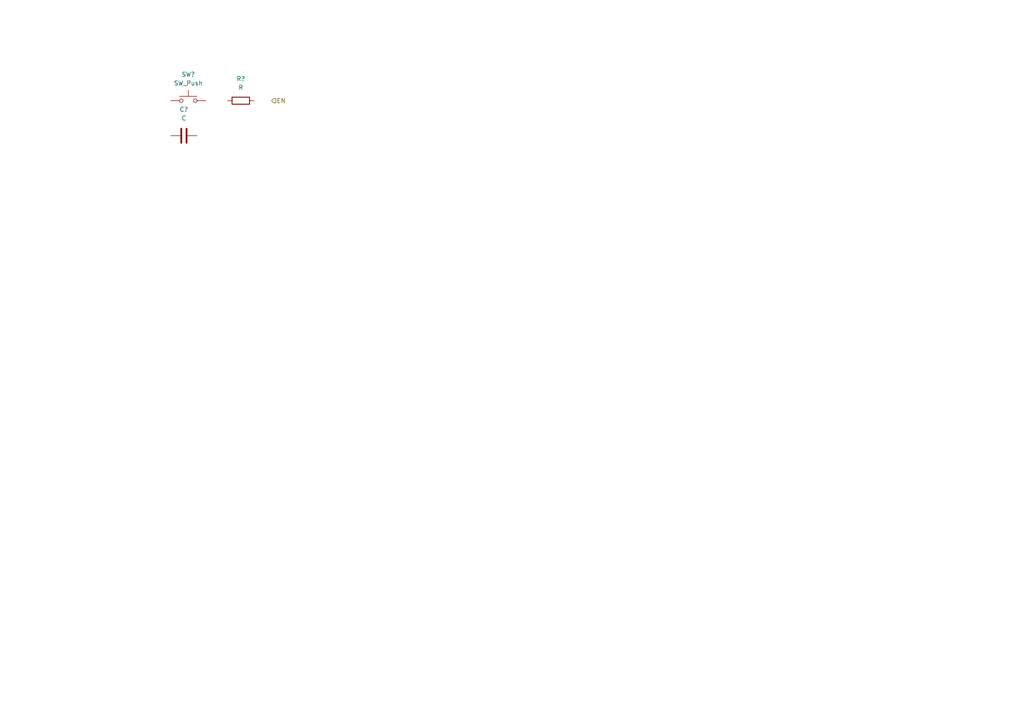
<source format=kicad_sch>
(kicad_sch (version 20211123) (generator eeschema)
  (paper "A4")
  (lib_symbols
    (symbol "Device:C" (pin_numbers hide) (pin_names (offset 0.254))
      (property "Reference" "C" (at 0.635 2.54 0))
      (property "Value" "C" (at 0.635 -2.54 0))
      (symbol "C_0_1"
        (polyline (pts (xy -2.032 -0.762) (xy 2.032 -0.762)) (stroke (width 0.508)))
        (polyline (pts (xy -2.032 0.762) (xy 2.032 0.762)) (stroke (width 0.508)))
      )
      (symbol "C_1_1"
        (pin passive line (at 0 3.81 270) (length 2.794) (name "~") (number "1"))
        (pin passive line (at 0 -3.81 90) (length 2.794) (name "~") (number "2"))
      )
    )
    (symbol "Device:R" (pin_numbers hide) (pin_names (offset 0))
      (property "Reference" "R" (at 2.032 0 90))
      (property "Value" "R" (at 0 0 90))
      (symbol "R_0_1"
        (rectangle (start -1.016 -2.54) (end 1.016 2.54) (stroke (width 0.254)))
      )
      (symbol "R_1_1"
        (pin passive line (at 0 3.81 270) (length 1.27) (name "~") (number "1"))
        (pin passive line (at 0 -3.81 90) (length 1.27) (name "~") (number "2"))
      )
    )
    (symbol "Switch:SW_Push" (pin_numbers hide) (pin_names (offset 1.016) hide)
      (property "Reference" "SW" (at 1.27 2.54 0))
      (property "Value" "SW_Push" (at 0 -1.524 0))
      (symbol "SW_Push_0_1"
        (circle (center -2.032 0) (radius 0.508))
        (polyline (pts (xy 0 1.27) (xy 0 3.048)))
        (polyline (pts (xy 2.54 1.27) (xy -2.54 1.27)))
        (circle (center 2.032 0) (radius 0.508))
        (pin passive line (at -5.08 0 0) (length 2.54) (name "1") (number "1"))
        (pin passive line (at 5.08 0 180) (length 2.54) (name "2") (number "2"))
      )
    )
  )
  (hierarchical_label "EN" (shape input) (at 78.74 29.21 0))
  (symbol (lib_id "Device:C") (at 53.34 39.37 270) (unit 1)
    (property "Reference" "C?" (at 53.34 31.75 90))
    (property "Value" "C" (at 53.34 34.29 90))
  )
  (symbol (lib_id "Device:R") (at 69.85 29.21 90) (unit 1)
    (property "Reference" "R?" (at 69.85 22.86 90))
    (property "Value" "R" (at 69.85 25.4 90))
  )
  (symbol (lib_id "Switch:SW_Push") (at 54.61 29.21 0) (unit 1)
    (property "Reference" "SW?" (at 54.61 21.59 0))
    (property "Value" "SW_Push" (at 54.61 24.13 0))
  )
)
</source>
